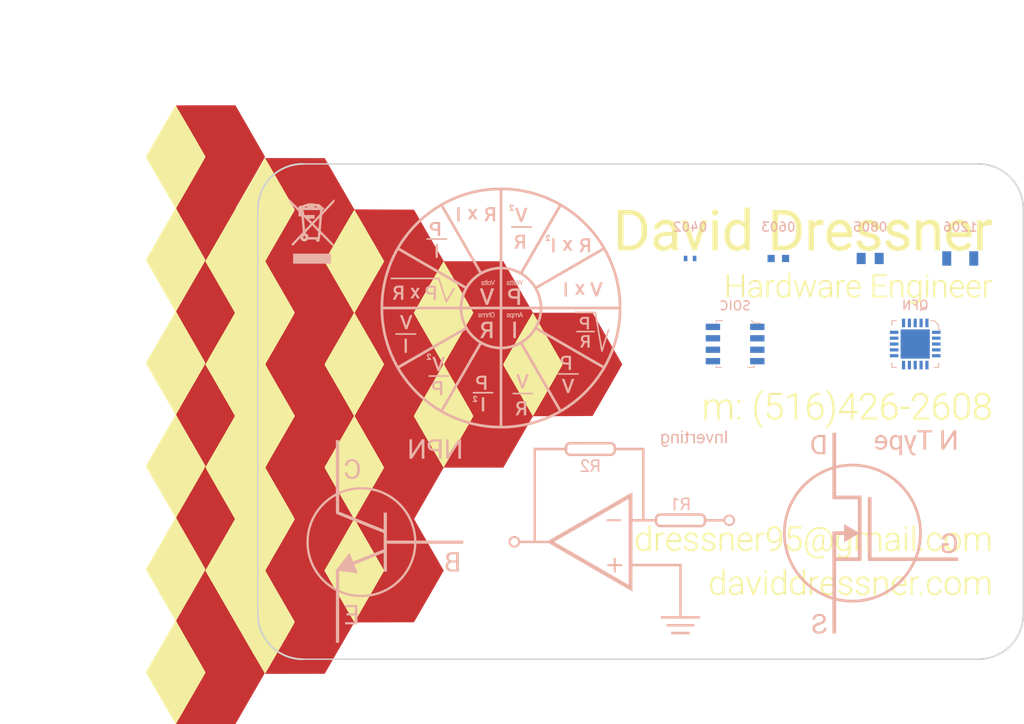
<source format=kicad_pcb>
(kicad_pcb (version 20171130) (host pcbnew "(5.0.2)-1")
  (layers (0 F.Cu signal) (31 B.Cu signal) (34 B.Paste user) (35 F.Paste user) (36 B.SilkS user) (37 F.SilkS user) (38 B.Mask user) (39 F.Mask user) (44 Edge.Cuts user))
  (net 0 "")
  (module "FootPrints:Front Mask" (layer F.Cu) (at 142.5 103)
    (fp_text reference G*** hide)
    (fp_text value LOGO hide)
  )
  (module "FootPrints:Fron Copper" (layer F.Cu) (at 142.5 103)
    (fp_text reference G*** hide)
    (fp_text value LOGO hide)
    (fp_poly (pts (xy -33.676496 -28.649761) (xy -33.306842 -28.649504) (xy -32.919093 -28.649055) (xy -32.516228 -28.64841) (xy -32.400458 -28.648192) (xy -29.078194 -28.641742) (xy -27.434035 -25.794094) (xy -25.789875 -22.946446) (xy -22.477275 -22.933734) (xy -19.164675 -22.921021) (xy -17.509507 -20.054304) (xy -15.85434 -17.187587) (xy -9.242142 -17.187039) (xy -5.941466 -11.466867) (xy -2.633846 -11.466203) (xy 0.673774 -11.465538) (xy 2.310896 -8.62684) (xy 2.512936 -8.276319) (xy 2.707939 -7.937633) (xy 2.894391 -7.613428) (xy 3.070781 -7.306348) (xy 3.235597 -7.019037) (xy 3.387327 -6.754141) (xy 3.52446 -6.514303) (xy 3.645483 -6.302169) (xy 3.748886 -6.120382) (xy 3.833155 -5.971587) (xy 3.89678 -5.85843) (xy 3.938248 -5.783553) (xy 3.956047 -5.749603) (xy 3.956614 -5.748075) (xy 3.94517 -5.72152) (xy 3.909685 -5.653625) (xy 3.851653 -5.547027) (xy 3.77257 -5.404361) (xy 3.673931 -5.228262) (xy 3.55723 -5.021365) (xy 3.423962 -4.786307) (xy 3.275621 -4.525721) (xy 3.113703 -4.242244) (xy 2.939703 -3.93851) (xy 2.755115 -3.617156) (xy 2.561434 -3.280816) (xy 2.360154 -2.932126) (xy 2.318668 -2.86036) (xy 0.672125 -0.012713) (xy -5.953209 0.012713) (xy -7.597675 2.865643) (xy -9.242142 5.718574) (xy -12.550816 5.719647) (xy -15.85949 5.720721) (xy -17.502417 8.566921) (xy -17.704703 8.917547) (xy -17.899832 9.256132) (xy -18.086303 9.580055) (xy -18.262617 9.886695) (xy -18.427272 10.17343) (xy -18.578771 10.43764) (xy -18.715611 10.676702) (xy -18.836294 10.887997) (xy -18.939318 11.068903) (xy -19.023185 11.216799) (xy -19.086394 11.329064) (xy -19.127445 11.403076) (xy -19.144838 11.436215) (xy -19.145345 11.437707) (xy -19.132864 11.462354) (xy -19.09642 11.528393) (xy -19.037516 11.633201) (xy -18.957654 11.774153) (xy -18.858336 11.948627) (xy -18.741064 12.153998) (xy -18.607339 12.387643) (xy -18.458664 12.646938) (xy -18.296541 12.92926) (xy -18.12247 13.231984) (xy -17.937955 13.552488) (xy -17.744497 13.888146) (xy -17.543599 14.236337) (xy -17.505405 14.302491) (xy -17.303314 14.652639) (xy -17.108381 14.990674) (xy -16.922108 15.313979) (xy -16.745995 15.619936) (xy -16.581544 15.905926) (xy -16.430256 16.169333) (xy -16.293633 16.407538) (xy -16.173176 16.617923) (xy -16.070385 16.79787) (xy -15.986762 16.944763) (xy -15.923809 17.055982) (xy -15.883027 17.12891) (xy -15.865916 17.16093) (xy -15.865465 17.162169) (xy -15.877944 17.186174) (xy -15.914382 17.25159) (xy -15.973283 17.355806) (xy -16.053149 17.496212) (xy -16.152484 17.670198) (xy -16.269792 17.875155) (xy -16.403574 18.108472) (xy -16.552335 18.36754) (xy -16.714578 18.649748) (xy -16.888806 18.952486) (xy -17.073521 19.273145) (xy -17.267228 19.609114) (xy -17.468429 19.957784) (xy -17.515101 20.038623) (xy -19.164738 22.895596) (xy -22.477195 22.908308) (xy -25.789653 22.921021) (xy -27.433695 25.768669) (xy -29.077736 28.616316) (xy -32.400229 28.622767) (xy -32.806829 28.623471) (xy -33.19915 28.623983) (xy -33.574216 28.624308) (xy -33.929048 28.624449) (xy -34.260669 28.624411) (xy -34.566102 28.6242) (xy -34.842367 28.623818) (xy -35.086489 28.623271) (xy -35.295488 28.622564) (xy -35.466388 28.621699) (xy -35.59621 28.620683) (xy -35.681977 28.619519) (xy -35.720711 28.618212) (xy -35.722723 28.617818) (xy -35.710242 28.594819) (xy -35.6738 28.530409) (xy -35.614897 28.427194) (xy -35.535034 28.287782) (xy -35.435711 28.114779) (xy -35.318428 27.910792) (xy -35.184685 27.678426) (xy -35.035984 27.420289) (xy -34.873824 27.138986) (xy -34.699706 26.837125) (xy -34.51513 26.517312) (xy -34.321596 26.182154) (xy -34.120606 25.834256) (xy -34.079843 25.76372) (xy -33.877431 25.413281) (xy -33.682167 25.074823) (xy -33.495555 24.750971) (xy -33.319099 24.444353) (xy -33.154303 24.157594) (xy -33.00267 23.893322) (xy -32.865706 23.654164) (xy -32.744913 23.442745) (xy -32.641796 23.261693) (xy -32.557859 23.113634) (xy -32.494605 23.001195) (xy -32.453539 22.927002) (xy -32.436164 22.893682) (xy -32.435665 22.892182) (xy -32.447989 22.867011) (xy -32.484287 22.800453) (xy -32.54306 22.69513) (xy -32.62281 22.553667) (xy -32.722038 22.378687) (xy -32.839246 22.172813) (xy -32.972936 21.93867) (xy -33.121609 21.67888) (xy -33.283768 21.396067) (xy -33.457912 21.092855) (xy -33.642545 20.771867) (xy -33.836168 20.435727) (xy -34.037282 20.087058) (xy -34.080177 20.012753) (xy -35.718212 17.175628) (xy -29.056252 17.175628) (xy -29.05625 17.176065) (xy -29.043081 17.20103) (xy -29.006426 17.266624) (xy -28.948109 17.369675) (xy -28.869956 17.507013) (xy -28.773794 17.675467) (xy -28.661447 17.871868) (xy -28.534742 18.093044) (xy -28.395504 18.335825) (xy -28.24556 18.597041) (xy -28.086736 18.873521) (xy -27.920856 19.162095) (xy -27.749747 19.459591) (xy -27.575234 19.762841) (xy -27.399144 20.068673) (xy -27.223303 20.373916) (xy -27.049535 20.675401) (xy -26.879668 20.969956) (xy -26.715526 21.254412) (xy -26.558935 21.525598) (xy -26.411722 21.780343) (xy -26.275713 22.015477) (xy -26.152732 22.227829) (xy -26.044606 22.41423) (xy -25.953161 22.571507) (xy -25.880222 22.696492) (xy -25.827616 22.786013) (xy -25.797167 22.8369) (xy -25.789984 22.847834) (xy -25.777011 22.82586) (xy -25.740118 22.762446) (xy -25.680811 22.660188) (xy -25.600591 22.521688) (xy -25.500961 22.349543) (xy -25.383425 22.146354) (xy -25.249485 21.914718) (xy -25.100643 21.657236) (xy -24.938404 21.376506) (xy -24.764269 21.075128) (xy -24.579742 20.7557) (xy -24.386325 20.420823) (xy -24.185521 20.073094) (xy -24.145327 20.003483) (xy -22.504779 17.162221) (xy -24.148716 14.315062) (xy -24.395399 13.888072) (xy -24.617956 13.503386) (xy -24.817489 13.159159) (xy -24.995095 12.85354) (xy -25.151876 12.584683) (xy -25.288929 12.350738) (xy -25.407355 12.149858) (xy -25.508254 11.980195) (xy -25.592724 11.839901) (xy -25.661866 11.727127) (xy -25.716779 11.640025) (xy -25.758562 11.576748) (xy -25.788315 11.535447) (xy -25.807137 11.514274) (xy -25.816129 11.51138) (xy -25.816454 11.51188) (xy -25.831914 11.53901) (xy -25.871253 11.607507) (xy -25.932931 11.7147) (xy -26.015407 11.857916) (xy -26.117139 12.034481) (xy -26.236586 12.241722) (xy -26.372209 12.476967) (xy -26.522464 12.737543) (xy -26.685813 13.020777) (xy -26.860713 13.323996) (xy -27.045624 13.644526) (xy -27.239005 13.979696) (xy -27.439315 14.326833) (xy -27.452103 14.348994) (xy -27.652386 14.696426) (xy -27.845382 15.031933) (xy -28.029584 15.352858) (xy -28.203483 15.656545) (xy -28.365573 15.940336) (xy -28.514345 16.201575) (xy -28.648294 16.437605) (xy -28.76591 16.64577) (xy -28.865687 16.823412) (xy -28.946117 16.967876) (xy -29.005693 17.076505) (xy -29.042907 17.146641) (xy -29.056252 17.175628) (xy -35.718212 17.175628) (xy -35.725987 17.162162) (xy -34.080177 14.311572) (xy -33.877685 13.960614) (xy -33.68237 13.621635) (xy -33.495732 13.297259) (xy -33.319269 12.99011) (xy -33.154478 12.702811) (xy -33.002859 12.437986) (xy -32.865909 12.198259) (xy -32.745128 11.986252) (xy -32.642013 11.80459) (xy -32.558063 11.655895) (xy -32.494777 11.542793) (xy -32.453652 11.467905) (xy -32.436187 11.433856) (xy -32.435665 11.432143) (xy -32.448319 11.406971) (xy -32.484953 11.340423) (xy -32.544063 11.235123) (xy -32.624146 11.093699) (xy -32.723698 10.918777) (xy -32.841214 10.712984) (xy -32.975191 10.478946) (xy -33.124125 10.219291) (xy -33.286511 9.936644) (xy -33.460847 9.633632) (xy -33.645628 9.312882) (xy -33.839349 8.977021) (xy -34.040508 8.628674) (xy -34.079916 8.560478) (xy -34.319638 8.145562) (xy -34.535063 7.772388) (xy -34.727434 7.438725) (xy -34.897991 7.142344) (xy -35.047978 6.881012) (xy -35.178635 6.6525) (xy -35.291204 6.454576) (xy -35.386929 6.285011) (xy -35.467049 6.141573) (xy -35.532807 6.022032) (xy -35.585445 5.924157) (xy -35.626204 5.845718) (xy -35.656327 5.784483) (xy -35.677055 5.738223) (xy -35.688392 5.708008) (xy -29.047227 5.708008) (xy -29.035019 5.736272) (xy -28.999245 5.804837) (xy -28.94173 5.91054) (xy -28.864301 6.050216) (xy -28.768784 6.220701) (xy -28.657003 6.418833) (xy -28.530786 6.641448) (xy -28.391958 6.885381) (xy -28.242345 7.147469) (xy -28.083773 7.424548) (xy -27.918067 7.713455) (xy -27.747054 8.011026) (xy -27.572559 8.314097) (xy -27.396408 8.619505) (xy -27.220427 8.924085) (xy -27.046442 9.224675) (xy -26.876279 9.51811) (xy -26.711764 9.801226) (xy -26.554722 10.070861) (xy -26.406979 10.323849) (xy -26.270362 10.557029) (xy -26.146695 10.767235) (xy -26.037805 10.951304) (xy -25.945519 11.106073) (xy -25.87166 11.228377) (xy -25.818057 11.315053) (xy -25.786533 11.362938) (xy -25.778578 11.371678) (xy -25.76382 11.347671) (xy -25.725188 11.282248) (xy -25.664211 11.178044) (xy -25.582417 11.037694) (xy -25.481334 10.863835) (xy -25.362489 10.659101) (xy -25.22741 10.426128) (xy -25.077627 10.167551) (xy -24.914666 9.886007) (xy -24.740055 9.58413) (xy -24.555323 9.264556) (xy -24.361998 8.92992) (xy -24.161607 8.582859) (xy -24.13933 8.544264) (xy -23.938427 8.195982) (xy -23.744705 7.859724) (xy -23.559672 7.538131) (xy -23.384838 7.233845) (xy -23.221713 6.949508) (xy -23.071806 6.687762) (xy -22.936628 6.451247) (xy -22.817687 6.242607) (xy -22.716494 6.064482) (xy -22.634558 5.919514) (xy -22.573388 5.810346) (xy -22.534495 5.739617) (xy -22.519389 5.709972) (xy -22.519244 5.709329) (xy -22.531724 5.684807) (xy -22.567763 5.619662) (xy -22.625534 5.517058) (xy -22.703212 5.380159) (xy -22.798973 5.21213) (xy -22.910991 5.016133) (xy -23.03744 4.795334) (xy -23.176496 4.552896) (xy -23.326334 4.291984) (xy -23.485128 4.015761) (xy -23.651053 3.727391) (xy -23.822284 3.430038) (xy -23.996996 3.126867) (xy -24.173364 2.821042) (xy -24.349561 2.515726) (xy -24.523765 2.214084) (xy -24.694148 1.919279) (xy -24.858886 1.634476) (xy -25.016154 1.362839) (xy -25.164126 1.107531) (xy -25.300978 0.871717) (xy -25.424884 0.658561) (xy -25.534019 0.471226) (xy -25.626558 0.312878) (xy -25.700675 0.186679) (xy -25.754546 0.095794) (xy -25.786345 0.043387) (xy -25.794649 0.031254) (xy -25.81335 0.060309) (xy -25.855145 0.129942) (xy -25.918203 0.236955) (xy -26.000689 0.378149) (xy -26.100771 0.550324) (xy -26.216617 0.750281) (xy -26.346392 0.974822) (xy -26.488266 1.220747) (xy -26.640403 1.484858) (xy -26.800972 1.763955) (xy -26.968139 2.05484) (xy -27.140073 2.354313) (xy -27.314939 2.659176) (xy -27.490904 2.966228) (xy -27.666137 3.272273) (xy -27.838804 3.57411) (xy -28.007072 3.86854) (xy -28.169108 4.152364) (xy -28.323079 4.422385) (xy -28.467152 4.675401) (xy -28.599495 4.908215) (xy -28.718275 5.117627) (xy -28.821658 5.300439) (xy -28.907812 5.453451) (xy -28.974904 5.573465) (xy -29.0211 5.657281) (xy -29.044569 5.7017) (xy -29.047227 5.708008) (xy -35.688392 5.708008) (xy -35.689631 5.704706) (xy -35.695295 5.681702) (xy -35.69529 5.666981) (xy -35.693523 5.661979) (xy -35.677359 5.63338) (xy -35.63731 5.563431) (xy -35.574923 5.45482) (xy -35.491746 5.310229) (xy -35.389326 5.132346) (xy -35.269213 4.923855) (xy -35.132952 4.68744) (xy -34.982092 4.425789) (xy -34.818181 4.141584) (xy -34.642765 3.837512) (xy -34.457393 3.516259) (xy -34.263613 3.180508) (xy -34.062971 2.832945) (xy -34.049441 2.80951) (xy -33.848905 2.461975) (xy -33.655541 2.126485) (xy -33.470863 1.805687) (xy -33.296384 1.502225) (xy -33.133619 1.218745) (xy -32.984081 0.957893) (xy -32.849283 0.722314) (xy -32.730739 0.514653) (xy -32.629963 0.337556) (xy -32.548468 0.193669) (xy -32.487768 0.085636) (xy -32.449376 0.016104) (xy -32.434806 -0.012282) (xy -32.434715 -0.012713) (xy -32.437182 -0.01761) (xy -19.147573 -0.01761) (xy -19.135697 0.007854) (xy -19.100142 0.073803) (xy -19.042739 0.177078) (xy -18.965319 0.314519) (xy -18.869713 0.482967) (xy -18.757753 0.679263) (xy -18.631268 0.900246) (xy -18.492091 1.142759) (xy -18.342053 1.403641) (xy -18.182984 1.679732) (xy -18.016715 1.967875) (xy -17.845078 2.264908) (xy -17.669904 2.567674) (xy -17.493024 2.873011) (xy -17.316268 3.177762) (xy -17.141468 3.478766) (xy -16.970456 3.772865) (xy -16.805061 4.056898) (xy -16.647116 4.327707) (xy -16.498451 4.582132) (xy -16.360897 4.817014) (xy -16.236286 5.029193) (xy -16.126448 5.21551) (xy -16.033214 5.372805) (xy -15.958416 5.497919) (xy -15.903885 5.587693) (xy -15.871452 5.638968) (xy -15.86269 5.650227) (xy -15.848119 5.626313) (xy -15.809672 5.560981) (xy -15.748874 5.456866) (xy -15.667253 5.3166) (xy -15.566332 5.142819) (xy -15.44764 4.938156) (xy -15.312701 4.705245) (xy -15.163041 4.44672) (xy -15.000186 4.165214) (xy -14.825662 3.863363) (xy -14.640996 3.543799) (xy -14.447713 3.209156) (xy -14.247338 2.86207) (xy -14.22434 2.822222) (xy -14.023409 2.473872) (xy -13.829645 2.137564) (xy -13.644559 1.815939) (xy -13.469661 1.511635) (xy -13.30646 1.227293) (xy -13.156466 0.965552) (xy -13.021189 0.729052) (xy -12.902138 0.520433) (xy -12.800824 0.342334) (xy -12.718755 0.197395) (xy -12.657442 0.088257) (xy -12.618394 0.017558) (xy -12.603122 -0.012062) (xy -12.602958 -0.012713) (xy -12.615385 -0.036776) (xy -12.651425 -0.101674) (xy -12.709242 -0.204218) (xy -12.787001 -0.341218) (xy -12.882864 -0.509485) (xy -12.994997 -0.705828) (xy -13.121563 -0.92706) (xy -13.260726 -1.169989) (xy -13.410651 -1.431427) (xy -13.569501 -1.708184) (xy -13.735441 -1.99707) (xy -13.906634 -2.294897) (xy -14.081244 -2.598475) (xy -14.257436 -2.904613) (xy -14.433374 -3.210123) (xy -14.607221 -3.511816) (xy -14.777142 -3.806501) (xy -14.9413 -4.09099) (xy -15.097861 -4.362092) (xy -15.244987 -4.616618) (xy -15.380842 -4.851379) (xy -15.503592 -5.063186) (xy -15.6114 -5.248848) (xy -15.702429 -5.405177) (xy -15.774845 -5.528982) (xy -15.82681 -5.617075) (xy -15.85649 -5.666266) (xy -15.86271 -5.675652) (xy -15.876688 -5.655891) (xy -15.914221 -5.595233) (xy -15.973475 -5.496839) (xy -16.052615 -5.363868) (xy -16.149806 -5.199483) (xy -16.263213 -5.006843) (xy -16.391 -4.78911) (xy -16.531334 -4.549444) (xy -16.682378 -4.291006) (xy -16.842298 -4.016956) (xy -17.009259 -3.730456) (xy -17.181425 -3.434667) (xy -17.356962 -3.132748) (xy -17.534035 -2.827861) (xy -17.710809 -2.523166) (xy -17.885448 -2.221825) (xy -18.056118 -1.926998) (xy -18.220983 -1.641845) (xy -18.378209 -1.369527) (xy -18.525961 -1.113206) (xy -18.662403 -0.876042) (xy -18.785701 -0.661196) (xy -18.894019 -0.471827) (xy -18.985523 -0.311099) (xy -19.058377 -0.18217) (xy -19.110747 -0.088201) (xy -19.140797 -0.032354) (xy -19.147573 -0.01761) (xy -32.437182 -0.01761) (xy -32.447196 -0.037486) (xy -32.483628 -0.103629) (xy -32.542497 -0.208496) (xy -32.62229 -0.349444) (xy -32.721492 -0.523824) (xy -32.838591 -0.728993) (xy -32.972072 -0.962305) (xy -33.120423 -1.221115) (xy -33.282128 -1.502776) (xy -33.455676 -1.804643) (xy -33.639551 -2.124072) (xy -33.832241 -2.458416) (xy -34.032231 -2.805031) (xy -34.049496 -2.834935) (xy -34.250541 -3.183184) (xy -34.444826 -3.519799) (xy -34.630805 -3.842094) (xy -34.806928 -4.147385) (xy -34.971649 -4.432987) (xy -35.123421 -4.696213) (xy -35.260695 -4.93438) (xy -35.381923 -5.144803) (xy -35.48556 -5.324795) (xy -35.570056 -5.471673) (xy -35.633864 -5.582751) (xy -35.675437 -5.655344) (xy -35.693228 -5.686767) (xy -35.693529 -5.687331) (xy -35.695899 -5.698736) (xy -35.693192 -5.717358) (xy -35.684167 -5.745429) (xy -35.675683 -5.765763) (xy -29.049695 -5.765763) (xy -29.04208 -5.740705) (xy -29.013284 -5.680075) (xy -28.962891 -5.583132) (xy -28.890484 -5.449138) (xy -28.795648 -5.277353) (xy -28.677966 -5.067036) (xy -28.537021 -4.81745) (xy -28.372399 -4.527853) (xy -28.183683 -4.197508) (xy -27.970456 -3.825674) (xy -27.732303 -3.411611) (xy -27.468807 -2.95458) (xy -27.430187 -2.887672) (xy -27.228401 -2.538463) (xy -27.033533 -2.201891) (xy -26.847099 -1.880536) (xy -26.67061 -1.576979) (xy -26.50558 -1.2938) (xy -26.353523 -1.033579) (xy -26.21595 -0.798896) (xy -26.094375 -0.592332) (xy -25.990311 -0.416467) (xy -25.905271 -0.273881) (xy -25.840769 -0.167154) (xy -25.798317 -0.098867) (xy -25.779428 -0.0716) (xy -25.778637 -0.071258) (xy -25.764243 -0.095075) (xy -25.725967 -0.160308) (xy -25.665333 -0.264324) (xy -25.583866 -0.404491) (xy -25.483091 -0.578177) (xy -25.364531 -0.782747) (xy -25.229711 -1.01557) (xy -25.080156 -1.274013) (xy -24.917391 -1.555443) (xy -24.742939 -1.857227) (xy -24.558325 -2.176733) (xy -24.365073 -2.511327) (xy -24.164709 -2.858378) (xy -24.141551 -2.898498) (xy -23.940587 -3.246867) (xy -23.74678 -3.583207) (xy -23.561641 -3.904878) (xy -23.38668 -4.209239) (xy -23.22341 -4.493649) (xy -23.073339 -4.755466) (xy -22.93798 -4.992051) (xy -22.818842 -5.200761) (xy -22.717438 -5.378958) (xy -22.635276 -5.523998) (xy -22.573869 -5.633242) (xy -22.534727 -5.704048) (xy -22.519361 -5.733777) (xy -22.519187 -5.734438) (xy -22.531533 -5.758651) (xy -22.535351 -5.765556) (xy -9.217928 -5.765556) (xy -9.210589 -5.740963) (xy -9.18258 -5.681694) (xy -9.133445 -5.586934) (xy -9.062726 -5.455872) (xy -8.969965 -5.287695) (xy -8.854706 -5.08159) (xy -8.716491 -4.836743) (xy -8.554863 -4.552344) (xy -8.369364 -4.227578) (xy -8.159538 -3.861633) (xy -7.924926 -3.453697) (xy -7.665071 -3.002956) (xy -7.598435 -2.887514) (xy -7.396633 -2.538326) (xy -7.201751 -2.201775) (xy -7.015304 -1.880439) (xy -6.838803 -1.5769) (xy -6.673763 -1.293739) (xy -6.521697 -1.033534) (xy -6.384118 -0.798867) (xy -6.262539 -0.592318) (xy -6.158474 -0.416466) (xy -6.073435 -0.273893) (xy -6.008936 -0.167179) (xy -5.966491 -0.098904) (xy -5.947612 -0.071648) (xy -5.946823 -0.071307) (xy -5.932432 -0.095118) (xy -5.894158 -0.160345) (xy -5.833527 -0.264356) (xy -5.752063 -0.404517) (xy -5.651291 -0.578198) (xy -5.532734 -0.782763) (xy -5.397917 -1.015582) (xy -5.248366 -1.274021) (xy -5.085603 -1.555448) (xy -4.911154 -1.857229) (xy -4.726543 -2.176733) (xy -4.533294 -2.511326) (xy -4.332932 -2.858376) (xy -4.309774 -2.898498) (xy -4.108812 -3.246864) (xy -3.915007 -3.583199) (xy -3.72987 -3.904862) (xy -3.55491 -4.209212) (xy -3.391639 -4.493609) (xy -3.241568 -4.755412) (xy -3.106207 -4.991981) (xy -2.987068 -5.200674) (xy -2.88566 -5.378851) (xy -2.803496 -5.523871) (xy -2.742085 -5.633094) (xy -2.702938 -5.703879) (xy -2.687566 -5.733585) (xy -2.687391 -5.734244) (xy -2.699733 -5.758446) (xy -2.735696 -5.823478) (xy -2.793442 -5.92615) (xy -2.871136 -6.063272) (xy -2.966942 -6.231653) (xy -3.079024 -6.428104) (xy -3.205545 -6.649434) (xy -3.344669 -6.892453) (xy -3.494561 -7.153971) (xy -3.653383 -7.430798) (xy -3.8193 -7.719744) (xy -3.990476 -8.017619) (xy -4.165074 -8.321232) (xy -4.341258 -8.627393) (xy -4.517193 -8.932912) (xy -4.691041 -9.234599) (xy -4.860968 -9.529264) (xy -5.025135 -9.813717) (xy -5.181709 -10.084767) (xy -5.328851 -10.339224) (xy -5.464727 -10.573899) (xy -5.5875 -10.785601) (xy -5.695333 -10.97114) (xy -5.786392 -11.127325) (xy -5.858838 -11.250967) (xy -5.910837 -11.338876) (xy -5.940552 -11.38786) (xy -5.946777 -11.397103) (xy -5.960875 -11.377394) (xy -5.998525 -11.316794) (xy -6.057887 -11.218471) (xy -6.137121 -11.085592) (xy -6.234387 -10.921324) (xy -6.347846 -10.728834) (xy -6.475657 -10.51129) (xy -6.615982 -10.271859) (xy -6.76698 -10.013708) (xy -6.926812 -9.740005) (xy -7.093638 -9.453916) (xy -7.265618 -9.158609) (xy -7.440913 -8.857251) (xy -7.617682 -8.553009) (xy -7.794086 -8.249051) (xy -7.968286 -7.948544) (xy -8.138441 -7.654655) (xy -8.302712 -7.370552) (xy -8.459259 -7.099401) (xy -8.606242 -6.84437) (xy -8.741822 -6.608626) (xy -8.864159 -6.395336) (xy -8.971413 -6.207668) (xy -9.061744 -6.048788) (xy -9.133313 -5.921865) (xy -9.18428 -5.830065) (xy -9.212805 -5.776556) (xy -9.217928 -5.765556) (xy -22.535351 -5.765556) (xy -22.567501 -5.823694) (xy -22.625252 -5.926376) (xy -22.702953 -6.063507) (xy -22.798765 -6.231897) (xy -22.910853 -6.428355) (xy -23.03738 -6.649691) (xy -23.176511 -6.892716) (xy -23.326408 -7.154237) (xy -23.485236 -7.431066) (xy -23.651158 -7.720012) (xy -23.822338 -8.017885) (xy -23.996939 -8.321494) (xy -24.173126 -8.62765) (xy -24.349062 -8.933161) (xy -24.522911 -9.234838) (xy -24.692836 -9.529491) (xy -24.857001 -9.813928) (xy -25.01357 -10.08496) (xy -25.160707 -10.339397) (xy -25.296575 -10.574048) (xy -25.419338 -10.785724) (xy -25.52716 -10.971232) (xy -25.618204 -11.127385) (xy -25.690634 -11.25099) (xy -25.742614 -11.338858) (xy -25.772308 -11.387799) (xy -25.778514 -11.39701) (xy -25.792605 -11.377294) (xy -25.83025 -11.316688) (xy -25.889609 -11.21836) (xy -25.96884 -11.085477) (xy -26.066106 -10.921206) (xy -26.179565 -10.728715) (xy -26.307378 -10.511171) (xy -26.447706 -10.271741) (xy -26.598707 -10.013593) (xy -26.758543 -9.739893) (xy -26.925373 -9.45381) (xy -27.097358 -9.15851) (xy -27.272657 -8.85716) (xy -27.449432 -8.552929) (xy -27.625841 -8.248982) (xy -27.800046 -7.948488) (xy -27.970205 -7.654614) (xy -28.13448 -7.370527) (xy -28.291031 -7.099394) (xy -28.438017 -6.844383) (xy -28.573599 -6.608661) (xy -28.695937 -6.395395) (xy -28.803191 -6.207752) (xy -28.893521 -6.048901) (xy -28.965087 -5.922007) (xy -29.01605 -5.830238) (xy -29.044569 -5.776762) (xy -29.049695 -5.765763) (xy -35.675683 -5.765763) (xy -35.667583 -5.785176) (xy -35.6422 -5.83883) (xy -35.606775 -5.908621) (xy -35.560067 -5.996776) (xy -35.500836 -6.105527) (xy -35.42784 -6.237101) (xy -35.339837 -6.39373) (xy -35.235587 -6.577642) (xy -35.113848 -6.791067) (xy -34.97338 -7.036234) (xy -34.81294 -7.315372) (xy -34.631287 -7.630712) (xy -34.427181 -7.984482) (xy -34.19938 -8.378913) (xy -34.079814 -8.585829) (xy -33.8774 -8.936275) (xy -33.682134 -9.274737) (xy -33.49552 -9.598589) (xy -33.319063 -9.905204) (xy -33.154266 -10.191956) (xy -33.002632 -10.456219) (xy -32.865666 -10.695368) (xy -32.744872 -10.906775) (xy -32.641752 -11.087814) (xy -32.557812 -11.23586) (xy -32.494555 -11.348285) (xy -32.453484 -11.422465) (xy -32.436103 -11.455771) (xy -32.435603 -11.457272) (xy -32.438096 -11.462354) (xy -19.132632 -11.462354) (xy -19.120256 -11.434825) (xy -19.084342 -11.36693) (xy -19.026714 -11.261832) (xy -18.949196 -11.122692) (xy -18.853612 -10.952676) (xy -18.741786 -10.754944) (xy -18.615542 -10.532661) (xy -18.476703 -10.288989) (xy -18.327093 -10.027092) (xy -18.168536 -9.750132) (xy -18.002856 -9.461272) (xy -17.831877 -9.163676) (xy -17.657422 -8.860505) (xy -17.481316 -8.554925) (xy -17.305381 -8.250096) (xy -17.131443 -7.949183) (xy -16.961324 -7.655348) (xy -16.796849 -7.371755) (xy -16.639842 -7.101565) (xy -16.492125 -6.847943) (xy -16.355524 -6.614052) (xy -16.231861 -6.403053) (xy -16.122961 -6.218111) (xy -16.030648 -6.062388) (xy -15.956745 -5.939047) (xy -15.903075 -5.851251) (xy -15.871464 -5.802164) (xy -15.863375 -5.792577) (xy -15.849064 -5.816338) (xy -15.810905 -5.88151) (xy -15.750431 -5.985443) (xy -15.669176 -6.125485) (xy -15.568671 -6.298983) (xy -15.450451 -6.503287) (xy -15.316049 -6.735744) (xy -15.166997 -6.993703) (xy -15.004829 -7.274513) (xy -14.831078 -7.575521) (xy -14.647277 -7.894076) (xy -14.454959 -8.227527) (xy -14.255657 -8.573221) (xy -14.251127 -8.581081) (xy -14.051263 -8.92777) (xy -13.858085 -9.262767) (xy -13.67315 -9.583376) (xy -13.498015 -9.886898) (xy -13.334239 -10.170639) (xy -13.18338 -10.431902) (xy -13.046994 -10.66799) (xy -12.92664 -10.876207) (xy -12.823875 -11.053855) (xy -12.740257 -11.19824) (xy -12.677345 -11.306664) (xy -12.636695 -11.37643) (xy -12.619865 -11.404843) (xy -12.619847 -11.404871) (xy -12.61643 -11.415172) (xy -12.617419 -11.431459) (xy -12.624069 -11.455987) (xy -12.63763 -11.491015) (xy -12.659357 -11.538799) (xy -12.690501 -11.601596) (xy -12.732315 -11.681664) (xy -12.786053 -11.781258) (xy -12.852966 -11.902636) (xy -12.934308 -12.048055) (xy -13.03133 -12.219772) (xy -13.145287 -12.420044) (xy -13.277429 -12.651128) (xy -13.429011 -12.915281) (xy -13.601285 -13.214759) (xy -13.795504 -13.55182) (xy -14.012919 -13.928721) (xy -14.2145 -14.277944) (xy -14.416088 -14.627) (xy -14.610801 -14.963934) (xy -14.79711 -15.286117) (xy -14.973491 -15.590918) (xy -15.138416 -15.875706) (xy -15.29036 -16.13785) (xy -15.427795 -16.374721) (xy -15.549196 -16.583688) (xy -15.653036 -16.76212) (xy -15.737789 -16.907387) (xy -15.801928 -17.016859) (xy -15.843928 -17.087904) (xy -15.862261 -17.117893) (xy -15.862848 -17.118661) (xy -15.877756 -17.099738) (xy -15.91606 -17.039828) (xy -15.975932 -16.942093) (xy -16.055542 -16.8097) (xy -16.153061 -16.645812) (xy -16.26666 -16.453594) (xy -16.394508 -16.236211) (xy -16.534777 -15.996827) (xy -16.685638 -15.738606) (xy -16.845261 -15.464713) (xy -17.011816 -15.178313) (xy -17.183475 -14.88257) (xy -17.358408 -14.580649) (xy -17.534786 -14.275714) (xy -17.710779 -13.970929) (xy -17.884558 -13.66946) (xy -18.054293 -13.374471) (xy -18.218157 -13.089125) (xy -18.374318 -12.816589) (xy -18.520948 -12.560026) (xy -18.656217 -12.3226) (xy -18.778296 -12.107477) (xy -18.885356 -11.917821) (xy -18.975567 -11.756796) (xy -19.047101 -11.627567) (xy -19.098127 -11.533299) (xy -19.126816 -11.477155) (xy -19.132632 -11.462354) (xy -32.438096 -11.462354) (xy -32.447934 -11.482406) (xy -32.484236 -11.548929) (xy -32.543013 -11.654219) (xy -32.622764 -11.795651) (xy -32.721992 -11.970603) (xy -32.839199 -12.176451) (xy -32.972887 -12.410573) (xy -33.121556 -12.670345) (xy -33.28371 -12.953144) (xy -33.457849 -13.256347) (xy -33.642475 -13.57733) (xy -33.836091 -13.913471) (xy -34.037197 -14.262146) (xy -34.080205 -14.336653) (xy -35.717787 -17.173191) (xy -29.056218 -17.173191) (xy -29.043054 -17.148219) (xy -29.0064 -17.08262) (xy -28.948082 -16.979565) (xy -28.869927 -16.842223) (xy -28.77376 -16.673766) (xy -28.661407 -16.477365) (xy -28.534694 -16.256189) (xy -28.395449 -16.01341) (xy -28.245495 -15.752198) (xy -28.086661 -15.475724) (xy -27.920771 -15.187158) (xy -27.749652 -14.889672) (xy -27.57513 -14.586434) (xy -27.399031 -14.280617) (xy -27.223181 -13.975391) (xy -27.049406 -13.673927) (xy -26.879532 -13.379394) (xy -26.715386 -13.094964) (xy -26.558793 -12.823807) (xy -26.41158 -12.569094) (xy -26.275572 -12.333996) (xy -26.152596 -12.121682) (xy -26.044478 -11.935325) (xy -25.953043 -11.778094) (xy -25.880119 -11.653159) (xy -25.82753 -11.563693) (xy -25.797103 -11.512864) (xy -25.78994 -11.501974) (xy -25.77696 -11.52394) (xy -25.740061 -11.587347) (xy -25.680746 -11.689595) (xy -25.600517 -11.828086) (xy -25.500879 -12.000221) (xy -25.383334 -12.203401) (xy -25.249384 -12.435025) (xy -25.100534 -12.692496) (xy -24.938285 -12.973215) (xy -24.764142 -13.274581) (xy -24.579606 -13.593996) (xy -24.386182 -13.928862) (xy -24.185372 -14.276578) (xy -24.145254 -14.346051) (xy -22.504723 -17.187097) (xy -24.147476 -20.032344) (xy -25.79023 -22.877591) (xy -27.427058 -20.042438) (xy -27.628946 -19.692386) (xy -27.823559 -19.354243) (xy -28.009398 -19.030644) (xy -28.184969 -18.724227) (xy -28.348772 -18.437628) (xy -28.499313 -18.173481) (xy -28.635094 -17.934424) (xy -28.754619 -17.723093) (xy -28.85639 -17.542123) (xy -28.93891 -17.394151) (xy -29.000684 -17.281813) (xy -29.040215 -17.207745) (xy -29.056004 -17.174583) (xy -29.056218 -17.173191) (xy -35.717787 -17.173191) (xy -35.726043 -17.187491) (xy -34.080205 -20.038129) (xy -33.877711 -20.389091) (xy -33.682393 -20.728073) (xy -33.495751 -21.052452) (xy -33.319284 -21.359605) (xy -33.154488 -21.646907) (xy -33.002864 -21.911735) (xy -32.865908 -22.151466) (xy -32.745121 -22.363477) (xy -32.641999 -22.545143) (xy -32.558042 -22.693841) (xy -32.494748 -22.806947) (xy -32.453615 -22.881839) (xy -32.436141 -22.915892) (xy -32.435618 -22.917607) (xy -32.448268 -22.942778) (xy -32.4849 -23.009324) (xy -32.544013 -23.114619) (xy -32.6241 -23.256036) (xy -32.723658 -23.430949) (xy -32.841182 -23.636731) (xy -32.975169 -23.870755) (xy -33.124115 -24.130394) (xy -33.286514 -24.413023) (xy -33.460864 -24.716013) (xy -33.645659 -25.03674) (xy -33.839397 -25.372575) (xy -34.040571 -25.720892) (xy -34.079796 -25.788759) (xy -34.282109 -26.138857) (xy -34.477263 -26.47674) (xy -34.663756 -26.799802) (xy -34.840088 -27.105435) (xy -35.004759 -27.391033) (xy -35.156267 -27.653988) (xy -35.293113 -27.891695) (xy -35.413795 -28.101544) (xy -35.516812 -28.280931) (xy -35.600664 -28.427247) (xy -35.663851 -28.537886) (xy -35.704871 -28.610241) (xy -35.722224 -28.641704) (xy -35.722723 -28.642858) (xy -35.697794 -28.644252) (xy -35.624992 -28.645502) (xy -35.507295 -28.646604) (xy -35.347681 -28.647553) (xy -35.149128 -28.648344) (xy -34.914613 -28.648972) (xy -34.647115 -28.649432) (xy -34.34961 -28.64972) (xy -34.025078 -28.649832) (xy -33.676496 -28.649761)) (layer F.Cu) (width 0.01))
    (fp_poly (pts (xy -42.315159 -34.501978) (xy -38.98989 -34.501654) (xy -37.357779 -31.6734) (xy -37.155919 -31.323492) (xy -36.961002 -30.985406) (xy -36.774548 -30.661793) (xy -36.598082 -30.355305) (xy -36.433125 -30.068592) (xy -36.281201 -29.804308) (xy -36.143831 -29.565102) (xy -36.022539 -29.353627) (xy -35.918846 -29.172533) (xy -35.834276 -29.024473) (xy -35.770351 -28.912098) (xy -35.728593 -28.838059) (xy -35.710525 -28.805007) (xy -35.709956 -28.80376) (xy -35.720143 -28.77483) (xy -35.75594 -28.702528) (xy -35.81711 -28.587275) (xy -35.903418 -28.42949) (xy -36.014625 -28.229593) (xy -36.150496 -27.988006) (xy -36.310793 -27.705147) (xy -36.49528 -27.381437) (xy -36.70372 -27.017297) (xy -36.935876 -26.613146) (xy -37.191511 -26.169404) (xy -37.310423 -25.963361) (xy -37.511596 -25.614853) (xy -37.705996 -25.277879) (xy -37.892075 -24.955132) (xy -38.068286 -24.649302) (xy -38.233082 -24.363083) (xy -38.384916 -24.099167) (xy -38.52224 -23.860245) (xy -38.643507 -23.649009) (xy -38.747171 -23.468152) (xy -38.831683 -23.320366) (xy -38.895496 -23.208342) (xy -38.937063 -23.134774) (xy -38.954837 -23.102352) (xy -38.955148 -23.101699) (xy -38.957818 -23.090033) (xy -38.956263 -23.072694) (xy -38.949231 -23.047428) (xy -38.935468 -23.011977) (xy -38.913722 -22.964087) (xy -38.882741 -22.9015) (xy -38.841273 -22.82196) (xy -38.788065 -22.723212) (xy -38.721865 -22.603) (xy -38.64142 -22.459067) (xy -38.545478 -22.289157) (xy -38.432787 -22.091015) (xy -38.302095 -21.862383) (xy -38.152148 -21.601007) (xy -37.981695 -21.30463) (xy -37.789483 -20.970995) (xy -37.57426 -20.597848) (xy -37.338112 -20.188715) (xy -37.135736 -19.837738) (xy -36.940711 -19.498655) (xy -36.754525 -19.174096) (xy -36.578666 -18.866689) (xy -36.41462 -18.579063) (xy -36.263876 -18.313847) (xy -36.12792 -18.073669) (xy -36.008239 -17.861158) (xy -35.906322 -17.678942) (xy -35.823655 -17.529651) (xy -35.761725 -17.415914) (xy -35.722021 -17.340358) (xy -35.706028 -17.305613) (xy -35.70582 -17.303751) (xy -35.719963 -17.277819) (xy -35.758027 -17.210515) (xy -35.818486 -17.104492) (xy -35.899815 -16.962405) (xy -36.000486 -16.786905) (xy -36.118974 -16.580648) (xy -36.253752 -16.346286) (xy -36.403296 -16.086474) (xy -36.566078 -15.803863) (xy -36.740572 -15.501109) (xy -36.925253 -15.180864) (xy -37.118595 -14.845782) (xy -37.319071 -14.498517) (xy -37.339384 -14.463341) (xy -37.540471 -14.114963) (xy -37.734526 -13.778454) (xy -37.920026 -13.45647) (xy -38.095447 -13.151669) (xy -38.259266 -12.866708) (xy -38.409961 -12.604244) (xy -38.546008 -12.366934) (xy -38.665883 -12.157435) (xy -38.768064 -11.978404) (xy -38.851027 -11.8325) (xy -38.91325 -11.722378) (xy -38.953208 -11.650696) (xy -38.96938 -11.620111) (xy -38.969629 -11.619419) (xy -38.958369 -11.593095) (xy -38.923092 -11.525417) (xy -38.86529 -11.41902) (xy -38.786455 -11.276539) (xy -38.68808 -11.10061) (xy -38.571657 -10.893868) (xy -38.438679 -10.658947) (xy -38.290637 -10.398484) (xy -38.129024 -10.115113) (xy -37.955333 -9.811469) (xy -37.771055 -9.490189) (xy -37.577684 -9.153906) (xy -37.37671 -8.805257) (xy -37.336425 -8.735471) (xy -37.09683 -8.320395) (xy -36.881509 -7.947067) (xy -36.689219 -7.613249) (xy -36.518717 -7.316705) (xy -36.368757 -7.055196) (xy -36.238097 -6.826488) (xy -36.125492 -6.628342) (xy -36.029698 -6.458522) (xy -35.949472 -6.314791) (xy -35.88357 -6.194912) (xy -35.830747 -6.096648) (xy -35.789759 -6.017762) (xy -35.759364 -5.956017) (xy -35.738316 -5.909177) (xy -35.725372 -5.875005) (xy -35.719289 -5.851263) (xy -35.718821 -5.835714) (xy -35.720562 -5.829724) (xy -35.736476 -5.800589) (xy -35.776291 -5.730119) (xy -35.83846 -5.621003) (xy -35.921437 -5.475931) (xy -36.023674 -5.297594) (xy -36.143626 -5.088681) (xy -36.279747 -4.851882) (xy -36.430489 -4.589887) (xy -36.594307 -4.305387) (xy -36.769655 -4.001072) (xy -36.954985 -3.679631) (xy -37.148751 -3.343755) (xy -37.349408 -2.996133) (xy -37.362524 -2.973418) (xy -37.563058 -2.625929) (xy -37.756419 -2.290497) (xy -37.941094 -1.969767) (xy -38.11557 -1.666384) (xy -38.278331 -1.382991) (xy -38.427865 -1.122233) (xy -38.562659 -0.886756) (xy -38.681197 -0.679204) (xy -38.781967 -0.502221) (xy -38.863454 -0.358451) (xy -38.924146 -0.250541) (xy -38.962528 -0.181133) (xy -38.977087 -0.152874) (xy -38.977177 -0.152456) (xy -38.964698 -0.127788) (xy -38.928268 -0.061748) (xy -38.869402 0.043021) (xy -38.789612 0.183873) (xy -38.690412 0.358166) (xy -38.573315 0.563255) (xy -38.439835 0.796496) (xy -38.291484 1.055244) (xy -38.129776 1.336857) (xy -37.956224 1.63869) (xy -37.772342 1.958099) (xy -37.579643 2.292439) (xy -37.379639 2.639067) (xy -37.36187 2.669845) (xy -37.1608 3.018194) (xy -36.966526 3.354956) (xy -36.780595 3.677442) (xy -36.604551 3.982964) (xy -36.439939 4.268835) (xy -36.288306 4.532365) (xy -36.151195 4.770867) (xy -36.030153 4.981654) (xy -35.926725 5.162036) (xy -35.842455 5.309326) (xy -35.77889 5.420836) (xy -35.737574 5.493878) (xy -35.720053 5.525764) (xy -35.719764 5.52637) (xy -35.717825 5.538499) (xy -35.721145 5.55816) (xy -35.730971 5.587596) (xy -35.748553 5.629052) (xy -35.77514 5.684773) (xy -35.811979 5.757005) (xy -35.860319 5.847992) (xy -35.921409 5.959978) (xy -35.996498 6.095209) (xy -36.086834 6.255929) (xy -36.193665 6.444384) (xy -36.31824 6.662818) (xy -36.461808 6.913475) (xy -36.625618 7.198602) (xy -36.810917 7.520442) (xy -37.018955 7.881241) (xy -37.25098 8.283243) (xy -37.309326 8.38429) (xy -37.510528 8.732822) (xy -37.704963 9.069834) (xy -37.891083 9.392635) (xy -38.067339 9.698529) (xy -38.232185 9.984825) (xy -38.384072 10.248829) (xy -38.521451 10.487847) (xy -38.642776 10.699187) (xy -38.746499 10.880154) (xy -38.83107 11.028057) (xy -38.894943 11.140201) (xy -38.936569 11.213893) (xy -38.954401 11.24644) (xy -38.954714 11.2471) (xy -38.957578 11.258706) (xy -38.956452 11.275545) (xy -38.95008 11.299881) (xy -38.937206 11.333978) (xy -38.916574 11.3801) (xy -38.886928 11.440511) (xy -38.847012 11.517475) (xy -38.795569 11.613257) (xy -38.731344 11.73012) (xy -38.653081 11.870329) (xy -38.559523 12.036147) (xy -38.449414 12.22984) (xy -38.321498 12.45367) (xy -38.17452 12.709902) (xy -38.007222 13.0008) (xy -37.81835 13.328628) (xy -37.606646 13.69565) (xy -37.370855 14.104131) (xy -37.340519 14.15667) (xy -37.13822 14.507178) (xy -36.943078 14.84558) (xy -36.756593 15.169261) (xy -36.580264 15.475605) (xy -36.415592 15.761996) (xy -36.264075 16.02582) (xy -36.127214 16.26446) (xy -36.006509 16.4753) (xy -35.90346 16.655726) (xy -35.819566 16.803122) (xy -35.756326 16.914871) (xy -35.715242 16.98836) (xy -35.697813 17.020971) (xy -35.697297 17.022362) (xy -35.709775 17.046414) (xy -35.74621 17.111872) (xy -35.805101 17.216118) (xy -35.884948 17.356539) (xy -35.984253 17.530517) (xy -36.101516 17.735438) (xy -36.235235 17.968686) (xy -36.383913 18.227645) (xy -36.546049 18.5097) (xy -36.720143 18.812235) (xy -36.904696 19.132634) (xy -37.098208 19.468283) (xy -37.299178 19.816564) (xy -37.340479 19.888102) (xy -37.579329 20.301874) (xy -37.793937 20.673912) (xy -37.985559 21.006478) (xy -38.155449 21.301833) (xy -38.304864 21.562241) (xy -38.435059 21.789964) (xy -38.547288 21.987263) (xy -38.642807 22.156402) (xy -38.722871 22.299642) (xy -38.788736 22.419246) (xy -38.841657 22.517476) (xy -38.882889 22.596594) (xy -38.913687 22.658863) (xy -38.935308 22.706544) (xy -38.949005 22.741901) (xy -38.956035 22.767195) (xy -38.957652 22.784689) (xy -38.955112 22.796644) (xy -38.954783 22.797395) (xy -38.938669 22.826965) (xy -38.898657 22.897867) (xy -38.836294 23.007404) (xy -38.75313 23.152884) (xy -38.650714 23.33161) (xy -38.530593 23.540888) (xy -38.394316 23.778025) (xy -38.243432 24.040324) (xy -38.07949 24.325092) (xy -37.904038 24.629633) (xy -37.718624 24.951254) (xy -37.524798 25.287259) (xy -37.324108 25.634954) (xy -37.311601 25.656616) (xy -37.11112 26.003984) (xy -36.917809 26.339227) (xy -36.733181 26.659703) (xy -36.55875 26.962775) (xy -36.396029 27.245803) (xy -36.246531 27.506149) (xy -36.111769 27.741172) (xy -35.993256 27.948234) (xy -35.892505 28.124697) (xy -35.81103 28.267919) (xy -35.750343 28.375264) (xy -35.711959 28.444091) (xy -35.697389 28.471761) (xy -35.697297 28.472131) (xy -35.709775 28.49616) (xy -35.746212 28.561601) (xy -35.805111 28.665844) (xy -35.884976 28.80628) (xy -35.984312 28.980301) (xy -36.101621 29.185295) (xy -36.235407 29.418655) (xy -36.384175 29.677771) (xy -36.546428 29.960033) (xy -36.72067 30.262832) (xy -36.905404 30.583559) (xy -37.099135 30.919604) (xy -37.300366 31.268359) (xy -37.347993 31.350858) (xy -38.998689 34.20991) (xy -42.32142 34.216361) (xy -42.814563 34.217237) (xy -43.25909 34.217842) (xy -43.657236 34.218157) (xy -44.011234 34.218165) (xy -44.323319 34.21785) (xy -44.595725 34.217193) (xy -44.830687 34.216176) (xy -45.030438 34.214783) (xy -45.197214 34.212996) (xy -45.333248 34.210798) (xy -45.440775 34.20817) (xy -45.522029 34.205096) (xy -45.579244 34.201558) (xy -45.614655 34.197539) (xy -45.630495 34.19302) (xy -45.631737 34.19046) (xy -45.617716 34.164838) (xy -45.579768 34.097818) (xy -45.519406 33.992034) (xy -45.438145 33.850117) (xy -45.337499 33.674699) (xy -45.21898 33.468413) (xy -45.084104 33.23389) (xy -44.934384 32.973763) (xy -44.771334 32.690664) (xy -44.596468 32.387224) (xy -44.411299 32.066077) (xy -44.217342 31.729853) (xy -44.01611 31.381186) (xy -43.976824 31.313134) (xy -42.334325 28.46816) (xy -42.382392 28.389686) (xy -42.400932 28.358166) (xy -42.443312 28.285327) (xy -42.507957 28.173892) (xy -42.593292 28.026586) (xy -42.69774 27.846133) (xy -42.819728 27.635257) (xy -42.957679 27.396682) (xy -43.110018 27.133134) (xy -43.275171 26.847335) (xy -43.451562 26.54201) (xy -43.637615 26.219884) (xy -43.831756 25.883681) (xy -44.032409 25.536125) (xy -44.034717 25.532128) (xy -44.271314 25.122143) (xy -44.483648 24.753884) (xy -44.672976 24.425091) (xy -44.840553 24.133502) (xy -44.987633 23.87686) (xy -45.115473 23.652903) (xy -45.225327 23.459373) (xy -45.318451 23.294009) (xy -45.396101 23.154551) (xy -45.459531 23.03874) (xy -45.509997 22.944316) (xy -45.548754 22.869019) (xy -45.577058 22.81059) (xy -45.596163 22.766768) (xy -45.607326 22.735294) (xy -45.611802 22.713908) (xy -45.610845 22.70035) (xy -45.609543 22.697193) (xy -45.593368 22.668571) (xy -45.553306 22.598601) (xy -45.490907 22.489968) (xy -45.407717 22.345358) (xy -45.305285 22.167456) (xy -45.185158 21.958948) (xy -45.048884 21.722518) (xy -44.898011 21.460852) (xy -44.734087 21.176636) (xy -44.55866 20.872555) (xy -44.373277 20.551293) (xy -44.179486 20.215537) (xy -43.978835 19.867972) (xy -43.965308 19.844545) (xy -43.764765 19.497012) (xy -43.571395 19.161524) (xy -43.386713 18.840728) (xy -43.21223 18.537267) (xy -43.049462 18.253789) (xy -42.899921 17.992937) (xy -42.765122 17.757358) (xy -42.646578 17.549697) (xy -42.545802 17.3726) (xy -42.464308 17.228711) (xy -42.40361 17.120677) (xy -42.365221 17.051143) (xy -42.350655 17.022753) (xy -42.350564 17.022322) (xy -42.363051 16.997549) (xy -42.399488 16.931406) (xy -42.458361 16.826537) (xy -42.538158 16.685589) (xy -42.637364 16.511207) (xy -42.754465 16.306037) (xy -42.887949 16.072724) (xy -43.0363 15.813913) (xy -43.198006 15.53225) (xy -43.371553 15.23038) (xy -43.555427 14.91095) (xy -43.748115 14.576604) (xy -43.948102 14.229988) (xy -43.965357 14.2001) (xy -44.166398 13.85185) (xy -44.360681 13.515234) (xy -44.546658 13.192937) (xy -44.72278 12.887646) (xy -44.887501 12.602044) (xy -45.039272 12.338816) (xy -45.176547 12.100649) (xy -45.297778 11.890227) (xy -45.401416 11.710235) (xy -45.485915 11.563358) (xy -45.549726 11.452281) (xy -45.591303 11.379689) (xy -45.609098 11.348268) (xy -45.6094 11.347704) (xy -45.611782 11.336311) (xy -45.609101 11.317723) (xy -45.600114 11.28971) (xy -45.583581 11.250042) (xy -45.558259 11.196489) (xy -45.522908 11.126821) (xy -45.476286 11.038808) (xy -45.417151 10.930221) (xy -45.344263 10.798829) (xy -45.25638 10.642403) (xy -45.152259 10.458713) (xy -45.030661 10.24553) (xy -44.890343 10.000622) (xy -44.730065 9.72176) (xy -44.548584 9.406715) (xy -44.344659 9.053257) (xy -44.117049 8.659155) (xy -43.99573 8.449206) (xy -43.793315 8.098757) (xy -43.598048 7.76029) (xy -43.411433 7.436431) (xy -43.234975 7.129807) (xy -43.070178 6.843043) (xy -42.918544 6.578768) (xy -42.781578 6.339605) (xy -42.660783 6.128184) (xy -42.557664 5.947128) (xy -42.473725 5.799066) (xy -42.410468 5.686623) (xy -42.369398 5.612426) (xy -42.352019 5.579101) (xy -42.351519 5.577598) (xy -42.363851 5.552444) (xy -42.40016 5.485903) (xy -42.458944 5.380599) (xy -42.538707 5.239154) (xy -42.63795 5.064193) (xy -42.755173 4.858338) (xy -42.888879 4.624214) (xy -43.037569 4.364442) (xy -43.199744 4.081647) (xy -43.373906 3.778452) (xy -43.558557 3.45748) (xy -43.752197 3.121354) (xy -43.953328 2.772699) (xy -43.996229 2.698392) (xy -45.642174 -0.152105) (xy -43.996229 -3.002712) (xy -43.79372 -3.353672) (xy -43.59839 -3.692656) (xy -43.411737 -4.017039) (xy -43.235258 -4.324198) (xy -43.070452 -4.61151) (xy -42.918819 -4.876351) (xy -42.781856 -5.116096) (xy -42.661062 -5.328123) (xy -42.557935 -5.509807) (xy -42.473975 -5.658525) (xy -42.410679 -5.771653) (xy -42.369545 -5.846568) (xy -42.352073 -5.880645) (xy -42.351551 -5.882365) (xy -42.364203 -5.907561) (xy -42.400839 -5.974132) (xy -42.459955 -6.079451) (xy -42.540048 -6.220892) (xy -42.639612 -6.395827) (xy -42.757143 -6.60163) (xy -42.891138 -6.835674) (xy -43.040093 -7.095333) (xy -43.202502 -7.377979) (xy -43.376862 -7.680987) (xy -43.561669 -8.001728) (xy -43.755418 -8.337577) (xy -43.956606 -8.685906) (xy -43.995945 -8.753969) (xy -44.235602 -9.168689) (xy -44.450964 -9.541671) (xy -44.643273 -9.875149) (xy -44.813772 -10.171356) (xy -44.963706 -10.432527) (xy -45.094318 -10.660895) (xy -45.206851 -10.858694) (xy -45.30255 -11.028158) (xy -45.382657 -11.17152) (xy -45.448416 -11.291016) (xy -45.501071 -11.388878) (xy -45.541865 -11.46734) (xy -45.572043 -11.528636) (xy -45.592846 -11.575) (xy -45.60552 -11.608666) (xy -45.611307 -11.631867) (xy -45.611451 -11.646837) (xy -45.609526 -11.652468) (xy -45.593336 -11.681101) (xy -45.553262 -11.751083) (xy -45.490851 -11.859728) (xy -45.407651 -12.00435) (xy -45.30521 -12.182265) (xy -45.185076 -12.390785) (xy -45.048796 -12.627227) (xy -44.897919 -12.888904) (xy -44.733993 -13.17313) (xy -44.558565 -13.477221) (xy -44.373183 -13.798491) (xy -44.179395 -14.134254) (xy -43.978749 -14.481825) (xy -43.965251 -14.505205) (xy -43.764717 -14.85274) (xy -43.571357 -15.188228) (xy -43.386684 -15.509026) (xy -43.212213 -15.812488) (xy -43.049456 -16.095967) (xy -42.899928 -16.356819) (xy -42.765141 -16.592398) (xy -42.646609 -16.800059) (xy -42.545845 -16.977156) (xy -42.464364 -17.121044) (xy -42.403678 -17.229077) (xy -42.365301 -17.29861) (xy -42.350746 -17.326997) (xy -42.350656 -17.327427) (xy -42.363152 -17.352201) (xy -42.399597 -17.418345) (xy -42.458478 -17.523215) (xy -42.538281 -17.664165) (xy -42.637491 -17.838549) (xy -42.754596 -18.043721) (xy -42.888082 -18.277037) (xy -43.036434 -18.535851) (xy -43.19814 -18.817517) (xy -43.371685 -19.11939) (xy -43.555557 -19.438823) (xy -43.74824 -19.773173) (xy -43.948222 -20.119792) (xy -43.965458 -20.149649) (xy -44.166492 -20.497901) (xy -44.360767 -20.834518) (xy -44.546735 -21.156815) (xy -44.722849 -21.462107) (xy -44.887562 -21.747708) (xy -45.039325 -22.010934) (xy -45.176592 -22.2491) (xy -45.297815 -22.45952) (xy -45.401446 -22.63951) (xy -45.485938 -22.786384) (xy -45.549744 -22.897457) (xy -45.591315 -22.970045) (xy -45.609104 -23.001461) (xy -45.609405 -23.002024) (xy -45.611821 -23.013524) (xy -45.609136 -23.032259) (xy -45.600095 -23.060487) (xy -45.583446 -23.100465) (xy -45.557935 -23.154449) (xy -45.522308 -23.224696) (xy -45.47531 -23.313463) (xy -45.415689 -23.423007) (xy -45.342191 -23.555584) (xy -45.253561 -23.713452) (xy -45.148547 -23.898867) (xy -45.025893 -24.114086) (xy -44.884348 -24.361365) (xy -44.722656 -24.642963) (xy -44.539564 -24.961135) (xy -44.333819 -25.318138) (xy -44.104166 -25.71623) (xy -44.034489 -25.836959) (xy -43.833789 -26.184647) (xy -43.639585 -26.52101) (xy -43.453453 -26.843323) (xy -43.276966 -27.148863) (xy -43.111701 -27.434907) (xy -42.959231 -27.698729) (xy -42.821132 -27.937606) (xy -42.698977 -28.148814) (xy -42.594343 -28.329628) (xy -42.508804 -28.477326) (xy -42.443934 -28.589183) (xy -42.401309 -28.662474) (xy -42.382503 -28.694476) (xy -42.382429 -28.694597) (xy -42.334564 -28.772879) (xy -43.963168 -31.593096) (xy -44.164974 -31.942577) (xy -44.359956 -32.280276) (xy -44.54658 -32.603534) (xy -44.72331 -32.90969) (xy -44.888613 -33.196086) (xy -45.040954 -33.460063) (xy -45.178799 -33.698959) (xy -45.300612 -33.910117) (xy -45.40486 -34.090877) (xy -45.490008 -34.238579) (xy -45.554522 -34.350563) (xy -45.596866 -34.424171) (xy -45.615506 -34.456742) (xy -45.6161 -34.457808) (xy -45.617771 -34.46422) (xy -45.613716 -34.469986) (xy -45.6014 -34.475139) (xy -45.578287 -34.479714) (xy -45.541842 -34.483743) (xy -45.489529 -34.487262) (xy -45.418812 -34.490305) (xy -45.327157 -34.492904) (xy -45.212027 -34.495094) (xy -45.070887 -34.49691) (xy -44.901201 -34.498384) (xy -44.700434 -34.499551) (xy -44.466051 -34.500444) (xy -44.195516 -34.501099) (xy -43.886293 -34.501548) (xy -43.535847 -34.501825) (xy -43.141642 -34.501965) (xy -42.701143 -34.502001) (xy -42.315159 -34.501978)) (layer F.Cu) (width 0.01))
  )
  (module "FootPrints:Front Silk" (layer F.Cu) (at 142.5 103)
    (fp_text reference G*** hide)
    (fp_text value LOGO hide)
  )
  (module kicad-libraries:WEEE_7mm (layer B.Cu) (at 112 82.5 180)
    (fp_text reference VAL hide)
    (fp_text value WEEE_7mm hide)
  )
  (module digikey-footprints:TQFN-20-1EP_5x5mm (layer B.Cu) (at 179 95 180)
    (fp_text reference QFN (at 0 4.3 180) (layer B.SilkS) (effects (justify mirror)))
    (fp_text value TQFN-20-1EP_5x5mm)
    (pad 21 smd rect (at 0 0 180) (size 3.25 3.25) (layers B.Cu B.Paste B.Mask))
    (pad 20 smd rect (at -1.3 2.34 180) (size 0.35 0.95) (layers B.Cu B.Paste B.Mask))
    (pad 19 smd rect (at -0.65 2.34 180) (size 0.35 0.95) (layers B.Cu B.Paste B.Mask))
    (pad 18 smd rect (at 0 2.34 180) (size 0.35 0.95) (layers B.Cu B.Paste B.Mask))
    (pad 17 smd rect (at 0.65 2.34 180) (size 0.35 0.95) (layers B.Cu B.Paste B.Mask))
    (pad 16 smd rect (at 1.3 2.34 180) (size 0.35 0.95) (layers B.Cu B.Paste B.Mask))
    (pad 15 smd rect (at 2.34 1.3 180) (size 0.95 0.35) (layers B.Cu B.Paste B.Mask))
    (pad 14 smd rect (at 2.34 0.65 180) (size 0.95 0.35) (layers B.Cu B.Paste B.Mask))
    (pad 13 smd rect (at 2.34 0 180) (size 0.95 0.35) (layers B.Cu B.Paste B.Mask))
    (pad 12 smd rect (at 2.34 -0.65 180) (size 0.95 0.35) (layers B.Cu B.Paste B.Mask))
    (pad 11 smd rect (at 2.34 -1.3 180) (size 0.95 0.35) (layers B.Cu B.Paste B.Mask))
    (pad 10 smd rect (at 1.3 -2.34 180) (size 0.35 0.95) (layers B.Cu B.Paste B.Mask))
    (pad 9 smd rect (at 0.65 -2.34 180) (size 0.35 0.95) (layers B.Cu B.Paste B.Mask))
    (pad 8 smd rect (at 0 -2.34 180) (size 0.35 0.95) (layers B.Cu B.Paste B.Mask))
    (pad 7 smd rect (at -0.65 -2.34 180) (size 0.35 0.95) (layers B.Cu B.Paste B.Mask))
    (pad 5 smd rect (at -2.34 -1.3 180) (size 0.95 0.35) (layers B.Cu B.Paste B.Mask))
    (pad 4 smd rect (at -2.34 -0.65 180) (size 0.95 0.35) (layers B.Cu B.Paste B.Mask))
    (pad 3 smd rect (at -2.34 0 180) (size 0.95 0.35) (layers B.Cu B.Paste B.Mask))
    (pad 2 smd rect (at -2.34 0.65 180) (size 0.95 0.35) (layers B.Cu B.Paste B.Mask))
    (pad 1 smd rect (at -2.34 1.3 180) (size 0.95 0.35) (layers B.Cu B.Paste B.Mask))
    (pad 6 smd rect (at -1.3 -2.34 180) (size 0.35 0.95) (layers B.Cu B.Paste B.Mask))
  )
  (module digikey-footprints:SOIC-8_W5.3mm (layer B.Cu) (at 159 95 180)
    (fp_text reference SOIC (at 0 4.25 180) (layer B.SilkS) (effects (justify mirror)))
    (fp_text value SOIC-8_W5.3mm)
    (pad 8 smd rect (at 2.465 1.905 180) (size 1.6 0.7) (layers B.Cu B.Paste B.Mask))
    (pad 7 smd rect (at 2.465 0.635 180) (size 1.6 0.7) (layers B.Cu B.Paste B.Mask))
    (pad 6 smd rect (at 2.465 -0.635 180) (size 1.6 0.7) (layers B.Cu B.Paste B.Mask))
    (pad 5 smd rect (at 2.465 -1.905 180) (size 1.6 0.7) (layers B.Cu B.Paste B.Mask))
    (pad 1 smd rect (at -2.465 1.905 180) (size 1.6 0.7) (layers B.Cu B.Paste B.Mask))
    (pad 4 smd rect (at -2.465 -1.905 180) (size 1.6 0.7) (layers B.Cu B.Paste B.Mask))
    (pad 2 smd rect (at -2.465 0.635 180) (size 1.6 0.7) (layers B.Cu B.Paste B.Mask))
    (pad 3 smd rect (at -2.465 -0.635 180) (size 1.6 0.7) (layers B.Cu B.Paste B.Mask))
  )
  (module kicad-libraries:0402 (layer B.Cu) (at 154.00038 85.5 180)
    (fp_text reference C90)
    (fp_text value 0402 (at 0 3.5 180) (layer B.SilkS) (effects (justify mirror)))
    (pad 2 smd rect (at 0.50038 0 180) (size 0.39878 0.59944) (layers B.Cu B.Paste B.Mask))
    (pad 1 smd rect (at -0.50038 0 180) (size 0.39878 0.59944) (layers B.Cu B.Paste B.Mask))
  )
  (module kicad-libraries:0603 (layer B.Cu) (at 163.8001 85.5 180)
    (fp_text reference C84 hide)
    (fp_text value 0603 (at 0 3.5 180) (layer B.SilkS) (effects (justify mirror)))
    (pad 2 smd rect (at 0.8001 0 180) (size 0.8001 0.8001) (layers B.Cu B.Paste B.Mask))
    (pad 1 smd rect (at -0.8001 0 180) (size 0.8001 0.8001) (layers B.Cu B.Paste B.Mask))
  )
  (module kicad-libraries:0805 (layer B.Cu) (at 174 85.5 180)
    (fp_text reference L5 hide)
    (fp_text value 0805 (at 0 3.5 180) (layer B.SilkS) (effects (justify mirror)))
    (pad 2 smd rect (at 1.00076 0 180) (size 1.00076 1.24968) (layers B.Cu B.Paste B.Mask) (clearance 0.14986))
    (pad 1 smd rect (at -1.00076 0 180) (size 1.00076 1.24968) (layers B.Cu B.Paste B.Mask) (clearance 0.14986))
  )
  (module kicad-libraries:1206 (layer B.Cu) (at 184 85.5 180)
    (fp_text reference FB1)
    (fp_text value 1206 (at 0 3.5 180) (layer B.SilkS) (effects (justify mirror)))
    (pad 2 smd rect (at 1.50114 0 180) (size 1.00076 1.6002) (layers B.Cu B.Paste B.Mask))
    (pad 1 smd rect (at -1.50114 0 180) (size 1.00076 1.6002) (layers B.Cu B.Paste B.Mask))
  )
  (module FootPrints:NPN (layer B.Cu) (at 117.5 117 180)
    (fp_text reference G*** hide)
    (fp_text value LOGO hide)
  )
  (module FootPrints:ntype (layer B.Cu) (at 172.5 116 180)
    (fp_text reference G*** hide)
    (fp_text value LOGO hide)
  )
  (module FootPrints:inverting (layer B.Cu) (at 146 117 180)
    (fp_text reference G*** hide)
    (fp_text value LOGO hide)
  )
  (module FootPrints:wheel (layer B.Cu) (at 133 91 180)
    (fp_text reference G*** hide)
    (fp_text value LOGO hide)
  )
  (gr_arc (start 111 80) (end 111 75) (angle -90) (layer Edge.Cuts) (width 0.2))
  (gr_arc (start 111 125) (end 106 125) (angle -90) (layer Edge.Cuts) (width 0.2))
  (gr_arc (start 186 125) (end 186 130) (angle -90) (layer Edge.Cuts) (width 0.2))
  (gr_arc (start 186 80) (end 191 80) (angle -90) (layer Edge.Cuts) (width 0.2))
  (gr_line (start 106 125) (end 106 80) (layer Edge.Cuts) (width 0.15))
  (gr_line (start 186 130) (end 111 130) (layer Edge.Cuts) (width 0.15))
  (gr_line (start 191 80) (end 191 125) (layer Edge.Cuts) (width 0.15))
  (gr_line (start 111 75) (end 186 75) (layer Edge.Cuts) (width 0.15))
)
</source>
